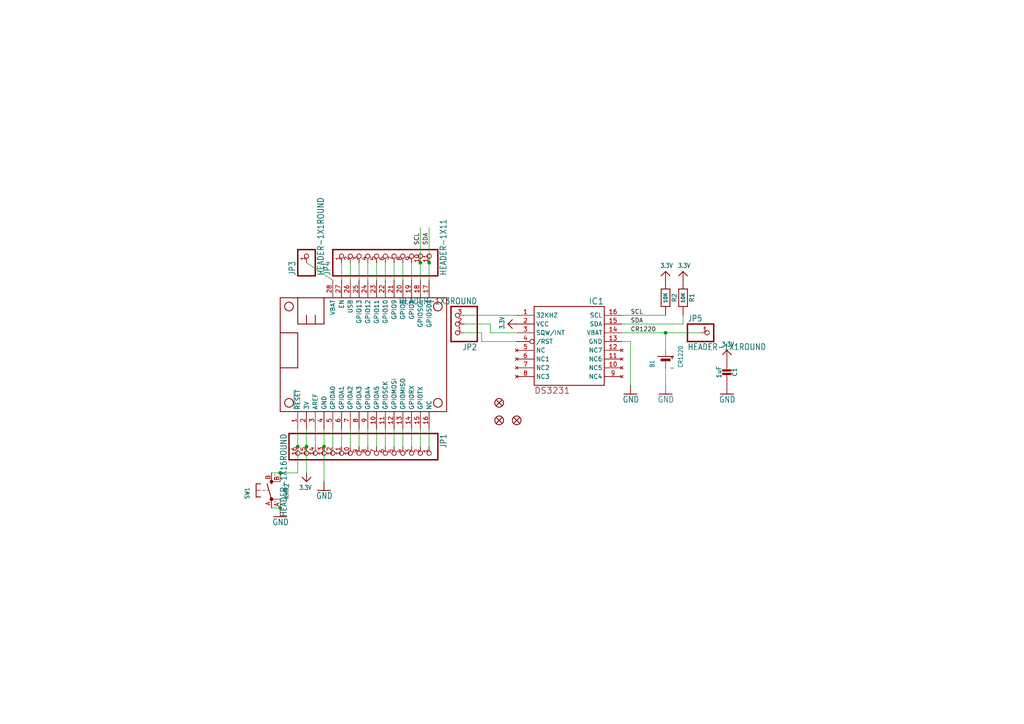
<source format=kicad_sch>
(kicad_sch (version 20211123) (generator eeschema)
  (paper "A4")
  (lib_symbols
    (symbol "schematicEagle-eagle-import:3.3V" (power)
      (property "Value" "3.3V" (at -1.524 1.016 0))
      (symbol "3.3V_1_0"
        (polyline (pts (xy -1.27 -1.27) (xy 0 0)) (stroke (width 0.254)))
        (polyline (pts (xy 0 0) (xy 1.27 -1.27)) (stroke (width 0.254)))
        (pin power_in line (at 0 -2.54 90) (length 2.54) (name "3.3V") (number "1"))
      )
    )
    (symbol "schematicEagle-eagle-import:BATTERYCR1220_2"
      (property "Reference" "B" (at -2.54 3.175 0))
      (property "Value" "BATTERYCR1220_2" (at -2.54 -5.08 0))
      (symbol "BATTERYCR1220_2_1_0"
        (polyline (pts (xy -2.54 0) (xy -0.635 0)) (stroke (width 0.1524)))
        (polyline (pts (xy -0.508 -1.27) (xy -0.508 1.27)) (stroke (width 0.254)))
        (polyline (pts (xy -0.508 1.27) (xy -0.254 1.27)) (stroke (width 0.254)))
        (polyline (pts (xy -0.254 -1.27) (xy -0.508 -1.27)) (stroke (width 0.254)))
        (polyline (pts (xy -0.254 1.27) (xy -0.254 -1.27)) (stroke (width 0.254)))
        (polyline (pts (xy -0.254 1.27) (xy 0 1.27)) (stroke (width 0.254)))
        (polyline (pts (xy 0 -1.27) (xy -0.254 -1.27)) (stroke (width 0.254)))
        (polyline (pts (xy 0 1.27) (xy 0 -1.27)) (stroke (width 0.254)))
        (polyline (pts (xy 0.762 2.286) (xy 0.762 -2.286)) (stroke (width 0.254)))
        (polyline (pts (xy 0.889 0) (xy 2.54 0)) (stroke (width 0.1524)))
        (text "+" (at 1.27 -1.143 900) (effects (font (size 1.27 1.0795)) (justify right top)))
        (text "-" (at -1.778 -1.143 900) (effects (font (size 1.27 1.0795)) (justify right top)))
        (pin passive line (at 2.54 0 180) (length 0) (name "+") (number "+"))
        (pin passive line (at -2.54 0 0) (length 0) (name "-") (number "-"))
      )
    )
    (symbol "schematicEagle-eagle-import:CAP_CERAMIC0805-NOOUTLINE"
      (property "Reference" "C" (at -2.29 1.25 90))
      (property "Value" "CAP_CERAMIC0805-NOOUTLINE" (at 2.3 1.25 90))
      (symbol "CAP_CERAMIC0805-NOOUTLINE_1_0"
        (rectangle (start -1.27 0.508) (end 1.27 1.016) (fill (type outline)))
        (rectangle (start -1.27 1.524) (end 1.27 2.032) (fill (type outline)))
        (polyline (pts (xy 0 0.762) (xy 0 0)) (stroke (width 0.1524)))
        (polyline (pts (xy 0 2.54) (xy 0 1.778)) (stroke (width 0.1524)))
        (pin passive line (at 0 5.08 270) (length 2.54) (name "1") (number "1"))
        (pin passive line (at 0 -2.54 90) (length 2.54) (name "2") (number "2"))
      )
    )
    (symbol "schematicEagle-eagle-import:DS3231{slash}SO"
      (property "Reference" "IC" (at 10.16 15.24 0))
      (symbol "DS3231{slash}SO_1_0"
        (polyline (pts (xy -10.16 -10.16) (xy -10.16 12.7)) (stroke (width 0.254)))
        (polyline (pts (xy -10.16 12.7) (xy 10.16 12.7)) (stroke (width 0.254)))
        (polyline (pts (xy 10.16 -10.16) (xy -10.16 -10.16)) (stroke (width 0.254)))
        (polyline (pts (xy 10.16 12.7) (xy 10.16 -10.16)) (stroke (width 0.254)))
        (text "DS3231" (at -10.16 -12.7 0) (effects (font (size 1.778 1.778)) (justify left bottom)))
        (pin output line (at -15.24 10.16 0) (length 5.08) (name "32KHZ") (number "1"))
        (pin no_connect line (at 15.24 -5.08 180) (length 5.08) (name "NC5") (number "10"))
        (pin no_connect line (at 15.24 -2.54 180) (length 5.08) (name "NC6") (number "11"))
        (pin no_connect line (at 15.24 0 180) (length 5.08) (name "NC7") (number "12"))
        (pin power_in line (at 15.24 2.54 180) (length 5.08) (name "GND") (number "13"))
        (pin power_in line (at 15.24 5.08 180) (length 5.08) (name "VBAT") (number "14"))
        (pin bidirectional line (at 15.24 7.62 180) (length 5.08) (name "SDA") (number "15"))
        (pin bidirectional line (at 15.24 10.16 180) (length 5.08) (name "SCL") (number "16"))
        (pin power_in line (at -15.24 7.62 0) (length 5.08) (name "VCC") (number "2"))
        (pin output line (at -15.24 5.08 0) (length 5.08) (name "SQW/INT") (number "3"))
        (pin passive inverted (at -15.24 2.54 0) (length 5.08) (name "/RST") (number "4"))
        (pin no_connect line (at -15.24 0 0) (length 5.08) (name "NC") (number "5"))
        (pin no_connect line (at -15.24 -2.54 0) (length 5.08) (name "NC1") (number "6"))
        (pin no_connect line (at -15.24 -5.08 0) (length 5.08) (name "NC2") (number "7"))
        (pin no_connect line (at -15.24 -7.62 0) (length 5.08) (name "NC3") (number "8"))
        (pin no_connect line (at 15.24 -7.62 180) (length 5.08) (name "NC4") (number "9"))
      )
    )
    (symbol "schematicEagle-eagle-import:FIDUCIAL{dblquote}{dblquote}"
      (symbol "FIDUCIAL{dblquote}{dblquote}_1_0"
        (polyline (pts (xy -0.762 0.762) (xy 0.762 -0.762)) (stroke (width 0.254)))
        (polyline (pts (xy 0.762 0.762) (xy -0.762 -0.762)) (stroke (width 0.254)))
        (circle (center 0 0) (radius 1.27) (stroke (width 0.254)))
      )
    )
    (symbol "schematicEagle-eagle-import:GND" (power)
      (property "Value" "GND" (at -2.54 -2.54 0))
      (symbol "GND_1_0"
        (polyline (pts (xy -1.905 0) (xy 1.905 0)) (stroke (width 0.254)))
        (pin power_in line (at 0 2.54 270) (length 2.54) (name "GND") (number "1"))
      )
    )
    (symbol "schematicEagle-eagle-import:HEADER-1X11"
      (property "Reference" "JP" (at -6.35 15.875 0))
      (property "Value" "HEADER-1X11" (at -6.35 -17.78 0))
      (symbol "HEADER-1X11_1_0"
        (polyline (pts (xy -6.35 -15.24) (xy 1.27 -15.24)) (stroke (width 0.4064)))
        (polyline (pts (xy -6.35 15.24) (xy -6.35 -15.24)) (stroke (width 0.4064)))
        (polyline (pts (xy 1.27 -15.24) (xy 1.27 15.24)) (stroke (width 0.4064)))
        (polyline (pts (xy 1.27 15.24) (xy -6.35 15.24)) (stroke (width 0.4064)))
        (pin passive inverted (at -2.54 12.7 0) (length 2.54) (name "1") (number "1"))
        (pin passive inverted (at -2.54 -10.16 0) (length 2.54) (name "10") (number "10"))
        (pin passive inverted (at -2.54 -12.7 0) (length 2.54) (name "11") (number "11"))
        (pin passive inverted (at -2.54 10.16 0) (length 2.54) (name "2") (number "2"))
        (pin passive inverted (at -2.54 7.62 0) (length 2.54) (name "3") (number "3"))
        (pin passive inverted (at -2.54 5.08 0) (length 2.54) (name "4") (number "4"))
        (pin passive inverted (at -2.54 2.54 0) (length 2.54) (name "5") (number "5"))
        (pin passive inverted (at -2.54 0 0) (length 2.54) (name "6") (number "6"))
        (pin passive inverted (at -2.54 -2.54 0) (length 2.54) (name "7") (number "7"))
        (pin passive inverted (at -2.54 -5.08 0) (length 2.54) (name "8") (number "8"))
        (pin passive inverted (at -2.54 -7.62 0) (length 2.54) (name "9") (number "9"))
      )
    )
    (symbol "schematicEagle-eagle-import:HEADER-1X16ROUND"
      (property "Reference" "JP" (at -6.35 20.955 0))
      (property "Value" "HEADER-1X16ROUND" (at -6.35 -25.4 0))
      (symbol "HEADER-1X16ROUND_1_0"
        (polyline (pts (xy -6.35 -22.86) (xy 1.27 -22.86)) (stroke (width 0.4064)))
        (polyline (pts (xy -6.35 20.32) (xy -6.35 -22.86)) (stroke (width 0.4064)))
        (polyline (pts (xy 1.27 -22.86) (xy 1.27 20.32)) (stroke (width 0.4064)))
        (polyline (pts (xy 1.27 20.32) (xy -6.35 20.32)) (stroke (width 0.4064)))
        (pin passive inverted (at -2.54 17.78 0) (length 2.54) (name "1") (number "1"))
        (pin passive inverted (at -2.54 -5.08 0) (length 2.54) (name "10") (number "10"))
        (pin passive inverted (at -2.54 -7.62 0) (length 2.54) (name "11") (number "11"))
        (pin passive inverted (at -2.54 -10.16 0) (length 2.54) (name "12") (number "12"))
        (pin passive inverted (at -2.54 -12.7 0) (length 2.54) (name "13") (number "13"))
        (pin passive inverted (at -2.54 -15.24 0) (length 2.54) (name "14") (number "14"))
        (pin passive inverted (at -2.54 -17.78 0) (length 2.54) (name "15") (number "15"))
        (pin passive inverted (at -2.54 -20.32 0) (length 2.54) (name "16") (number "16"))
        (pin passive inverted (at -2.54 15.24 0) (length 2.54) (name "2") (number "2"))
        (pin passive inverted (at -2.54 12.7 0) (length 2.54) (name "3") (number "3"))
        (pin passive inverted (at -2.54 10.16 0) (length 2.54) (name "4") (number "4"))
        (pin passive inverted (at -2.54 7.62 0) (length 2.54) (name "5") (number "5"))
        (pin passive inverted (at -2.54 5.08 0) (length 2.54) (name "6") (number "6"))
        (pin passive inverted (at -2.54 2.54 0) (length 2.54) (name "7") (number "7"))
        (pin passive inverted (at -2.54 0 0) (length 2.54) (name "8") (number "8"))
        (pin passive inverted (at -2.54 -2.54 0) (length 2.54) (name "9") (number "9"))
      )
    )
    (symbol "schematicEagle-eagle-import:HEADER-1X1ROUND"
      (property "Reference" "JP" (at -6.35 3.175 0))
      (property "Value" "HEADER-1X1ROUND" (at -6.35 -5.08 0))
      (symbol "HEADER-1X1ROUND_1_0"
        (polyline (pts (xy -6.35 -2.54) (xy 1.27 -2.54)) (stroke (width 0.4064)))
        (polyline (pts (xy -6.35 2.54) (xy -6.35 -2.54)) (stroke (width 0.4064)))
        (polyline (pts (xy 1.27 -2.54) (xy 1.27 2.54)) (stroke (width 0.4064)))
        (polyline (pts (xy 1.27 2.54) (xy -6.35 2.54)) (stroke (width 0.4064)))
        (pin passive inverted (at -2.54 0 0) (length 2.54) (name "1") (number "1"))
      )
    )
    (symbol "schematicEagle-eagle-import:HEADER-1X3ROUND"
      (property "Reference" "JP" (at -6.35 5.715 0))
      (property "Value" "HEADER-1X3ROUND" (at -6.35 -7.62 0))
      (symbol "HEADER-1X3ROUND_1_0"
        (polyline (pts (xy -6.35 -5.08) (xy 1.27 -5.08)) (stroke (width 0.4064)))
        (polyline (pts (xy -6.35 5.08) (xy -6.35 -5.08)) (stroke (width 0.4064)))
        (polyline (pts (xy 1.27 -5.08) (xy 1.27 5.08)) (stroke (width 0.4064)))
        (polyline (pts (xy 1.27 5.08) (xy -6.35 5.08)) (stroke (width 0.4064)))
        (pin passive inverted (at -2.54 2.54 0) (length 2.54) (name "1") (number "1"))
        (pin passive inverted (at -2.54 0 0) (length 2.54) (name "2") (number "2"))
        (pin passive inverted (at -2.54 -2.54 0) (length 2.54) (name "3") (number "3"))
      )
    )
    (symbol "schematicEagle-eagle-import:MICROSHIELD_NODIM"
      (symbol "MICROSHIELD_NODIM_1_0"
        (polyline (pts (xy 0 0) (xy 48.26 0)) (stroke (width 0.254)))
        (polyline (pts (xy 0 12.7) (xy 0 0)) (stroke (width 0.254)))
        (polyline (pts (xy 0 22.86) (xy 0 12.7)) (stroke (width 0.254)))
        (polyline (pts (xy 0 22.86) (xy 5.08 22.86)) (stroke (width 0.254)))
        (polyline (pts (xy 0 33.02) (xy 0 22.86)) (stroke (width 0.254)))
        (polyline (pts (xy 5.08 12.7) (xy 0 12.7)) (stroke (width 0.254)))
        (polyline (pts (xy 5.08 22.86) (xy 5.08 12.7)) (stroke (width 0.254)))
        (polyline (pts (xy 5.08 25.4) (xy 7.62 25.4)) (stroke (width 0.254)))
        (polyline (pts (xy 5.08 33.02) (xy 0 33.02)) (stroke (width 0.254)))
        (polyline (pts (xy 5.08 33.02) (xy 5.08 25.4)) (stroke (width 0.254)))
        (polyline (pts (xy 7.62 25.4) (xy 10.16 25.4)) (stroke (width 0.254)))
        (polyline (pts (xy 7.62 27.94) (xy 7.62 25.4)) (stroke (width 0.254)))
        (polyline (pts (xy 10.16 25.4) (xy 12.7 25.4)) (stroke (width 0.254)))
        (polyline (pts (xy 10.16 27.94) (xy 10.16 25.4)) (stroke (width 0.254)))
        (polyline (pts (xy 12.7 25.4) (xy 12.7 33.02)) (stroke (width 0.254)))
        (polyline (pts (xy 12.7 33.02) (xy 5.08 33.02)) (stroke (width 0.254)))
        (polyline (pts (xy 48.26 0) (xy 48.26 33.02)) (stroke (width 0.254)))
        (polyline (pts (xy 48.26 33.02) (xy 12.7 33.02)) (stroke (width 0.254)))
        (circle (center 2.54 2.54) (radius 1.27) (stroke (width 0.254)))
        (circle (center 2.54 30.48) (radius 1.27) (stroke (width 0.254)))
        (circle (center 45.72 2.54) (radius 1.27) (stroke (width 0.254)))
        (circle (center 45.72 30.48) (radius 1.27) (stroke (width 0.254)))
        (pin input line (at 5.08 -5.08 90) (length 5.08) (name "~{RESET}") (number "1"))
        (pin bidirectional line (at 27.94 -5.08 90) (length 5.08) (name "GPIOA5") (number "10"))
        (pin bidirectional line (at 30.48 -5.08 90) (length 5.08) (name "GPIOSCK") (number "11"))
        (pin bidirectional line (at 33.02 -5.08 90) (length 5.08) (name "GPIOMOSI") (number "12"))
        (pin bidirectional line (at 35.56 -5.08 90) (length 5.08) (name "GPIOMISO") (number "13"))
        (pin bidirectional line (at 38.1 -5.08 90) (length 5.08) (name "GPIORX") (number "14"))
        (pin bidirectional line (at 40.64 -5.08 90) (length 5.08) (name "GPIOTX") (number "15"))
        (pin passive line (at 43.18 -5.08 90) (length 5.08) (name "NC") (number "16"))
        (pin bidirectional line (at 43.18 38.1 270) (length 5.08) (name "GPIOSDA") (number "17"))
        (pin bidirectional line (at 40.64 38.1 270) (length 5.08) (name "GPIOSCL") (number "18"))
        (pin bidirectional line (at 38.1 38.1 270) (length 5.08) (name "GPIO5") (number "19"))
        (pin power_in line (at 7.62 -5.08 90) (length 5.08) (name "3V") (number "2"))
        (pin bidirectional line (at 35.56 38.1 270) (length 5.08) (name "GPIO6") (number "20"))
        (pin bidirectional line (at 33.02 38.1 270) (length 5.08) (name "GPIO9") (number "21"))
        (pin bidirectional line (at 30.48 38.1 270) (length 5.08) (name "GPIO10") (number "22"))
        (pin bidirectional line (at 27.94 38.1 270) (length 5.08) (name "GPIO11") (number "23"))
        (pin bidirectional line (at 25.4 38.1 270) (length 5.08) (name "GPIO12") (number "24"))
        (pin bidirectional line (at 22.86 38.1 270) (length 5.08) (name "GPIO13") (number "25"))
        (pin power_in line (at 20.32 38.1 270) (length 5.08) (name "USB") (number "26"))
        (pin passive line (at 17.78 38.1 270) (length 5.08) (name "EN") (number "27"))
        (pin power_in line (at 15.24 38.1 270) (length 5.08) (name "VBAT") (number "28"))
        (pin passive line (at 10.16 -5.08 90) (length 5.08) (name "AREF") (number "3"))
        (pin power_in line (at 12.7 -5.08 90) (length 5.08) (name "GND") (number "4"))
        (pin bidirectional line (at 15.24 -5.08 90) (length 5.08) (name "GPIOA0") (number "5"))
        (pin bidirectional line (at 17.78 -5.08 90) (length 5.08) (name "GPIOA1") (number "6"))
        (pin bidirectional line (at 20.32 -5.08 90) (length 5.08) (name "GPIOA2") (number "7"))
        (pin bidirectional line (at 22.86 -5.08 90) (length 5.08) (name "GPIOA3") (number "8"))
        (pin bidirectional line (at 25.4 -5.08 90) (length 5.08) (name "GPIOA4") (number "9"))
      )
    )
    (symbol "schematicEagle-eagle-import:RESISTOR0805_NOOUTLINE"
      (property "Reference" "R" (at 0 2.54 0))
      (property "Value" "RESISTOR0805_NOOUTLINE" (at 0 0 0))
      (symbol "RESISTOR0805_NOOUTLINE_1_0"
        (polyline (pts (xy -2.54 -1.27) (xy -2.54 1.27)) (stroke (width 0.254)))
        (polyline (pts (xy -2.54 1.27) (xy 2.54 1.27)) (stroke (width 0.254)))
        (polyline (pts (xy 2.54 -1.27) (xy -2.54 -1.27)) (stroke (width 0.254)))
        (polyline (pts (xy 2.54 1.27) (xy 2.54 -1.27)) (stroke (width 0.254)))
        (pin passive line (at -5.08 0 0) (length 2.54) (name "1") (number "1"))
        (pin passive line (at 5.08 0 180) (length 2.54) (name "2") (number "2"))
      )
    )
    (symbol "schematicEagle-eagle-import:SWITCH_TACT_SMT4.6X2.8"
      (property "Reference" "SW" (at -2.54 6.35 0))
      (property "Value" "SWITCH_TACT_SMT4.6X2.8" (at -2.54 -5.08 0))
      (symbol "SWITCH_TACT_SMT4.6X2.8_1_0"
        (circle (center -2.54 0) (radius 0.127) (stroke (width 0.4064)))
        (polyline (pts (xy -2.54 -2.54) (xy -2.54 0)) (stroke (width 0.1524)))
        (polyline (pts (xy -2.54 0) (xy 1.905 1.27)) (stroke (width 0.254)))
        (polyline (pts (xy -1.905 4.445) (xy -1.905 3.175)) (stroke (width 0.254)))
        (polyline (pts (xy 0 1.27) (xy 0 0.635)) (stroke (width 0.1524)))
        (polyline (pts (xy 0 2.54) (xy 0 1.905)) (stroke (width 0.1524)))
        (polyline (pts (xy 0 4.445) (xy -1.905 4.445)) (stroke (width 0.254)))
        (polyline (pts (xy 0 4.445) (xy 0 3.175)) (stroke (width 0.1524)))
        (polyline (pts (xy 1.905 0) (xy 2.54 0)) (stroke (width 0.254)))
        (polyline (pts (xy 1.905 4.445) (xy 0 4.445)) (stroke (width 0.254)))
        (polyline (pts (xy 1.905 4.445) (xy 1.905 3.175)) (stroke (width 0.254)))
        (polyline (pts (xy 2.54 -2.54) (xy 2.54 0)) (stroke (width 0.1524)))
        (circle (center 2.54 0) (radius 0.127) (stroke (width 0.4064)))
        (pin passive line (at -5.08 0 0) (length 2.54) (name "P") (number "A"))
        (pin passive line (at -5.08 -2.54 0) (length 2.54) (name "P1") (number "A'"))
        (pin passive line (at 5.08 0 180) (length 2.54) (name "S") (number "B"))
        (pin passive line (at 5.08 -2.54 180) (length 2.54) (name "S1") (number "B'"))
      )
    )
  )
  (junction (at 86.36 129.54))
  (junction (at 81.28 147.32))
  (junction (at 88.9 129.54))
  (junction (at 193.04 96.52))
  (junction (at 124.46 76.2))
  (junction (at 121.92 76.2))
  (junction (at 81.28 137.16))
  (junction (at 93.98 129.54))
  (wire (pts (xy 134.62 96.52) (xy 139.7 96.52)))
  (wire (pts (xy 101.6 76.2) (xy 101.6 81.28)))
  (wire (pts (xy 193.04 96.52) (xy 193.04 101.6)))
  (wire (pts (xy 96.52 129.54) (xy 96.52 124.46)))
  (wire (pts (xy 180.34 93.98) (xy 198.12 93.98)))
  (wire (pts (xy 121.92 76.2) (xy 121.92 81.28)))
  (wire (pts (xy 99.06 129.54) (xy 99.06 124.46)))
  (wire (pts (xy 93.98 129.54) (xy 93.98 124.46)))
  (wire (pts (xy 193.04 106.68) (xy 193.04 111.76)))
  (wire (pts (xy 198.12 93.98) (xy 198.12 91.44)))
  (wire (pts (xy 116.84 76.2) (xy 116.84 81.28)))
  (wire (pts (xy 101.6 129.54) (xy 101.6 124.46)))
  (wire (pts (xy 121.92 129.54) (xy 121.92 124.46)))
  (wire (pts (xy 104.14 129.54) (xy 104.14 124.46)))
  (wire (pts (xy 114.3 129.54) (xy 114.3 124.46)))
  (wire (pts (xy 124.46 76.2) (xy 124.46 81.28)))
  (wire (pts (xy 114.3 76.2) (xy 114.3 81.28)))
  (wire (pts (xy 109.22 129.54) (xy 109.22 124.46)))
  (wire (pts (xy 119.38 129.54) (xy 119.38 124.46)))
  (wire (pts (xy 88.9 76.2) (xy 96.52 81.28)))
  (wire (pts (xy 142.24 93.98) (xy 142.24 96.52)))
  (wire (pts (xy 142.24 96.52) (xy 149.86 96.52)))
  (wire (pts (xy 106.68 76.2) (xy 106.68 81.28)))
  (wire (pts (xy 88.9 137.16) (xy 88.9 129.54)))
  (wire (pts (xy 88.9 129.54) (xy 88.9 124.46)))
  (wire (pts (xy 182.88 99.06) (xy 182.88 111.76)))
  (wire (pts (xy 93.98 139.7) (xy 93.98 129.54)))
  (wire (pts (xy 99.06 76.2) (xy 99.06 81.28)))
  (wire (pts (xy 180.34 99.06) (xy 182.88 99.06)))
  (wire (pts (xy 109.22 76.2) (xy 109.22 81.28)))
  (wire (pts (xy 91.44 129.54) (xy 91.44 124.46)))
  (wire (pts (xy 78.74 137.16) (xy 81.28 137.16)))
  (wire (pts (xy 121.92 66.04) (xy 121.92 76.2)))
  (wire (pts (xy 86.36 129.54) (xy 86.36 124.46)))
  (wire (pts (xy 119.38 76.2) (xy 119.38 81.28)))
  (wire (pts (xy 81.28 147.32) (xy 78.74 147.32)))
  (wire (pts (xy 116.84 129.54) (xy 116.84 124.46)))
  (wire (pts (xy 139.7 96.52) (xy 139.7 99.06)))
  (wire (pts (xy 124.46 129.54) (xy 124.46 124.46)))
  (wire (pts (xy 134.62 91.44) (xy 149.86 91.44)))
  (wire (pts (xy 124.46 76.2) (xy 124.46 66.04)))
  (wire (pts (xy 134.62 93.98) (xy 142.24 93.98)))
  (wire (pts (xy 180.34 96.52) (xy 193.04 96.52)))
  (wire (pts (xy 111.76 76.2) (xy 111.76 81.28)))
  (wire (pts (xy 86.36 137.16) (xy 86.36 129.54)))
  (wire (pts (xy 139.7 99.06) (xy 149.86 99.06)))
  (wire (pts (xy 111.76 129.54) (xy 111.76 124.46)))
  (wire (pts (xy 81.28 137.16) (xy 86.36 137.16)))
  (wire (pts (xy 106.68 129.54) (xy 106.68 124.46)))
  (wire (pts (xy 203.2 96.52) (xy 193.04 96.52)))
  (wire (pts (xy 104.14 76.2) (xy 104.14 81.28)))
  (wire (pts (xy 180.34 91.44) (xy 193.04 91.44)))
  (label "SCL" (at 121.92 71.12 90) (effects (font (size 1.2446 1.2446))))
  (label "SDA" (at 124.46 71.12 90) (effects (font (size 1.2446 1.2446))))
  (label "SDA" (at 182.88 93.98 0) (effects (font (size 1.2446 1.2446))))
  (label "SCL" (at 182.88 91.44 0) (effects (font (size 1.2446 1.2446))))
  (label "CR1220" (at 182.88 96.52 0) (effects (font (size 1.2446 1.2446))))
  (symbol (lib_id "schematicEagle-eagle-import:3.3V") (at 210.82 101.6 0) (unit 1)
    (property "Reference" "#U$5" (effects hide))
    (property "Value" "3.3V" (at 209.296 100.584 0) (effects (font (size 1.27 1.0795)) (justify left bottom)))
    (property "Footprint" "schematicEagle:" (effects hide))
  )
  (symbol (lib_id "schematicEagle-eagle-import:HEADER-1X1ROUND") (at 88.9 73.66 90) (unit 1)
    (property "Reference" "JP3" (at 85.725 80.01 0) (effects (font (size 1.778 1.5113)) (justify left bottom)))
    (property "Value" "HEADER-1X1ROUND" (at 93.98 80.01 0) (effects (font (size 1.778 1.5113)) (justify left bottom)))
    (property "Footprint" "schematicEagle:1X01_ROUND" (effects hide))
  )
  (symbol (lib_id "schematicEagle-eagle-import:FIDUCIAL{dblquote}{dblquote}") (at 144.78 116.84 0) (unit 1)
    (property "Reference" "FID3" (effects hide))
    (property "Value" "FIDUCIAL{dblquote}{dblquote}" (effects hide))
    (property "Footprint" "schematicEagle:FIDUCIAL_1MM" (effects hide))
  )
  (symbol (lib_id "schematicEagle-eagle-import:MICROSHIELD_NODIM") (at 81.28 119.38 0) (unit 1)
    (property "Reference" "MS1" (effects hide))
    (property "Value" "MICROSHIELD_NODIM" (effects hide))
    (property "Footprint" "schematicEagle:MICROSHIELD_DIM" (effects hide))
  )
  (symbol (lib_id "schematicEagle-eagle-import:3.3V") (at 198.12 78.74 0) (unit 1)
    (property "Reference" "#U$4" (effects hide))
    (property "Value" "3.3V" (at 196.596 77.724 0) (effects (font (size 1.27 1.0795)) (justify left bottom)))
    (property "Footprint" "schematicEagle:" (effects hide))
  )
  (symbol (lib_id "schematicEagle-eagle-import:3.3V") (at 147.32 93.98 90) (unit 1)
    (property "Reference" "#U$2" (effects hide))
    (property "Value" "3.3V" (at 146.304 95.504 0) (effects (font (size 1.27 1.0795)) (justify left bottom)))
    (property "Footprint" "schematicEagle:" (effects hide))
  )
  (symbol (lib_id "schematicEagle-eagle-import:GND") (at 182.88 114.3 0) (mirror y) (unit 1)
    (property "Reference" "#GND1" (effects hide))
    (property "Value" "GND" (at 185.42 116.84 0) (effects (font (size 1.778 1.5113)) (justify left bottom)))
    (property "Footprint" "schematicEagle:" (effects hide))
  )
  (symbol (lib_id "schematicEagle-eagle-import:3.3V") (at 88.9 139.7 180) (unit 1)
    (property "Reference" "#U$1" (effects hide))
    (property "Value" "3.3V" (at 90.424 140.716 0) (effects (font (size 1.27 1.0795)) (justify left bottom)))
    (property "Footprint" "schematicEagle:" (effects hide))
  )
  (symbol (lib_id "schematicEagle-eagle-import:CAP_CERAMIC0805-NOOUTLINE") (at 210.82 106.68 180) (unit 1)
    (property "Reference" "C1" (at 213.11 107.93 90))
    (property "Value" "1uF" (at 208.52 107.93 90))
    (property "Footprint" "schematicEagle:0805-NO" (effects hide))
  )
  (symbol (lib_id "schematicEagle-eagle-import:GND") (at 93.98 142.24 0) (mirror y) (unit 1)
    (property "Reference" "#GND4" (effects hide))
    (property "Value" "GND" (at 96.52 144.78 0) (effects (font (size 1.778 1.5113)) (justify left bottom)))
    (property "Footprint" "schematicEagle:" (effects hide))
  )
  (symbol (lib_id "schematicEagle-eagle-import:SWITCH_TACT_SMT4.6X2.8") (at 78.74 142.24 90) (unit 1)
    (property "Reference" "SW1" (at 72.39 144.78 0) (effects (font (size 1.27 1.0795)) (justify left bottom)))
    (property "Value" "KMR2" (at 83.82 144.78 0) (effects (font (size 1.27 1.0795)) (justify left bottom)))
    (property "Footprint" "schematicEagle:BTN_KMR2_4.6X2.8" (effects hide))
  )
  (symbol (lib_id "schematicEagle-eagle-import:RESISTOR0805_NOOUTLINE") (at 198.12 86.36 270) (unit 1)
    (property "Reference" "R1" (at 200.66 86.36 0))
    (property "Value" "10K" (at 198.12 86.36 0) (effects (font (size 1.016 1.016) bold)))
    (property "Footprint" "schematicEagle:0805-NO" (effects hide))
  )
  (symbol (lib_id "schematicEagle-eagle-import:HEADER-1X3ROUND") (at 132.08 93.98 180) (unit 1)
    (property "Reference" "JP2" (at 138.43 99.695 0) (effects (font (size 1.778 1.5113)) (justify left bottom)))
    (property "Value" "HEADER-1X3ROUND" (at 138.43 86.36 0) (effects (font (size 1.778 1.5113)) (justify left bottom)))
    (property "Footprint" "schematicEagle:1X03_ROUND" (effects hide))
  )
  (symbol (lib_id "schematicEagle-eagle-import:3.3V") (at 193.04 78.74 0) (unit 1)
    (property "Reference" "#U$3" (effects hide))
    (property "Value" "3.3V" (at 191.516 77.724 0) (effects (font (size 1.27 1.0795)) (justify left bottom)))
    (property "Footprint" "schematicEagle:" (effects hide))
  )
  (symbol (lib_id "schematicEagle-eagle-import:HEADER-1X1ROUND") (at 205.74 96.52 0) (unit 1)
    (property "Reference" "JP5" (at 199.39 93.345 0) (effects (font (size 1.778 1.5113)) (justify left bottom)))
    (property "Value" "HEADER-1X1ROUND" (at 199.39 101.6 0) (effects (font (size 1.778 1.5113)) (justify left bottom)))
    (property "Footprint" "schematicEagle:1X01_ROUND" (effects hide))
  )
  (symbol (lib_id "schematicEagle-eagle-import:FIDUCIAL{dblquote}{dblquote}") (at 149.86 121.92 0) (unit 1)
    (property "Reference" "FID2" (effects hide))
    (property "Value" "FIDUCIAL{dblquote}{dblquote}" (effects hide))
    (property "Footprint" "schematicEagle:FIDUCIAL_1MM" (effects hide))
  )
  (symbol (lib_id "schematicEagle-eagle-import:GND") (at 210.82 114.3 0) (mirror y) (unit 1)
    (property "Reference" "#GND2" (effects hide))
    (property "Value" "GND" (at 213.36 116.84 0) (effects (font (size 1.778 1.5113)) (justify left bottom)))
    (property "Footprint" "schematicEagle:" (effects hide))
  )
  (symbol (lib_id "schematicEagle-eagle-import:BATTERYCR1220_2") (at 193.04 104.14 90) (unit 1)
    (property "Reference" "B1" (at 189.865 106.68 0) (effects (font (size 1.27 1.0795)) (justify left bottom)))
    (property "Value" "CR1220" (at 198.12 106.68 0) (effects (font (size 1.27 1.0795)) (justify left bottom)))
    (property "Footprint" "schematicEagle:CR1220-2" (effects hide))
  )
  (symbol (lib_id "schematicEagle-eagle-import:RESISTOR0805_NOOUTLINE") (at 193.04 86.36 270) (unit 1)
    (property "Reference" "R2" (at 195.58 86.36 0))
    (property "Value" "10K" (at 193.04 86.36 0) (effects (font (size 1.016 1.016) bold)))
    (property "Footprint" "schematicEagle:0805-NO" (effects hide))
  )
  (symbol (lib_id "schematicEagle-eagle-import:DS3231{slash}SO") (at 165.1 101.6 0) (unit 1)
    (property "Reference" "IC1" (at 175.26 86.36 0) (effects (font (size 1.778 1.778)) (justify right top)))
    (property "Value" "DS3231{slash}SO" (effects hide))
    (property "Footprint" "schematicEagle:SO16W" (effects hide))
  )
  (symbol (lib_id "schematicEagle-eagle-import:HEADER-1X11") (at 111.76 73.66 90) (unit 1)
    (property "Reference" "JP4" (at 95.885 80.01 0) (effects (font (size 1.778 1.5113)) (justify left bottom)))
    (property "Value" "HEADER-1X11" (at 129.54 80.01 0) (effects (font (size 1.778 1.5113)) (justify left bottom)))
    (property "Footprint" "schematicEagle:1X11_ROUND" (effects hide))
  )
  (symbol (lib_id "schematicEagle-eagle-import:GND") (at 193.04 114.3 0) (mirror y) (unit 1)
    (property "Reference" "#GND5" (effects hide))
    (property "Value" "GND" (at 195.58 116.84 0) (effects (font (size 1.778 1.5113)) (justify left bottom)))
    (property "Footprint" "schematicEagle:" (effects hide))
  )
  (symbol (lib_id "schematicEagle-eagle-import:GND") (at 81.28 149.86 0) (mirror y) (unit 1)
    (property "Reference" "#GND3" (effects hide))
    (property "Value" "GND" (at 83.82 152.4 0) (effects (font (size 1.778 1.5113)) (justify left bottom)))
    (property "Footprint" "schematicEagle:" (effects hide))
  )
  (symbol (lib_id "schematicEagle-eagle-import:HEADER-1X16ROUND") (at 106.68 132.08 270) (unit 1)
    (property "Reference" "JP1" (at 127.635 125.73 0) (effects (font (size 1.778 1.5113)) (justify left bottom)))
    (property "Value" "HEADER-1X16ROUND" (at 81.28 125.73 0) (effects (font (size 1.778 1.5113)) (justify left bottom)))
    (property "Footprint" "schematicEagle:1X16_ROUND" (effects hide))
  )
  (symbol (lib_id "schematicEagle-eagle-import:FIDUCIAL{dblquote}{dblquote}") (at 144.78 121.92 0) (unit 1)
    (property "Reference" "FID1" (effects hide))
    (property "Value" "FIDUCIAL{dblquote}{dblquote}" (effects hide))
    (property "Footprint" "schematicEagle:FIDUCIAL_1MM" (effects hide))
  )
)
</source>
